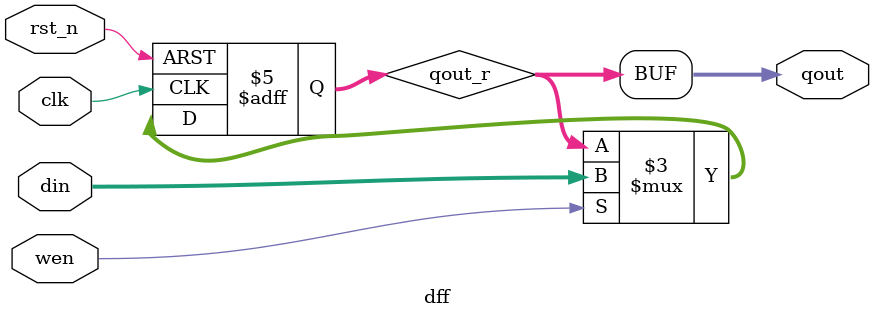
<source format=v>

module dff
#(
    parameter DW        = 32,
    parameter RESET_VAL = 0
)
(
    input           clk,
    input           rst_n,
    input           wen,
    input  [DW-1:0] din,
    output [DW-1:0] qout
);

    reg [DW-1:0] qout_r;

    assign qout = qout_r;

    always @(posedge clk or negedge rst_n) begin
        if(~rst_n)
            qout_r <= RESET_VAL;
        else if(wen)
            qout_r <= din;
    end
    
endmodule
</source>
